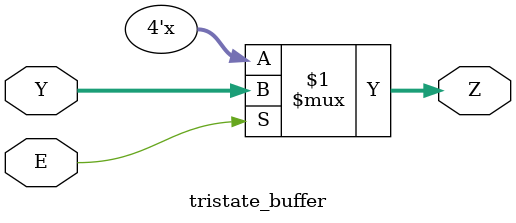
<source format=v>

module tristate_buffer(Y, E, Z);
	input [3:0] Y;
	input E;
	output wire [3:0] Z;
	
	assign Z = E ? Y : 4'bz;
	
endmodule

</source>
